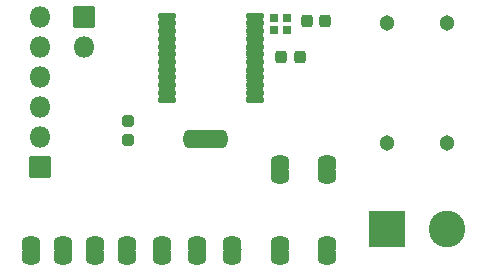
<source format=gbr>
G04 #@! TF.GenerationSoftware,KiCad,Pcbnew,(6.0.2)*
G04 #@! TF.CreationDate,2022-07-04T11:46:19+05:00*
G04 #@! TF.ProjectId,18bit-DIT,31386269-742d-4444-9954-2e6b69636164,rev?*
G04 #@! TF.SameCoordinates,Original*
G04 #@! TF.FileFunction,Soldermask,Top*
G04 #@! TF.FilePolarity,Negative*
%FSLAX46Y46*%
G04 Gerber Fmt 4.6, Leading zero omitted, Abs format (unit mm)*
G04 Created by KiCad (PCBNEW (6.0.2)) date 2022-07-04 11:46:19*
%MOMM*%
%LPD*%
G01*
G04 APERTURE LIST*
G04 Aperture macros list*
%AMRoundRect*
0 Rectangle with rounded corners*
0 $1 Rounding radius*
0 $2 $3 $4 $5 $6 $7 $8 $9 X,Y pos of 4 corners*
0 Add a 4 corners polygon primitive as box body*
4,1,4,$2,$3,$4,$5,$6,$7,$8,$9,$2,$3,0*
0 Add four circle primitives for the rounded corners*
1,1,$1+$1,$2,$3*
1,1,$1+$1,$4,$5*
1,1,$1+$1,$6,$7*
1,1,$1+$1,$8,$9*
0 Add four rect primitives between the rounded corners*
20,1,$1+$1,$2,$3,$4,$5,0*
20,1,$1+$1,$4,$5,$6,$7,0*
20,1,$1+$1,$6,$7,$8,$9,0*
20,1,$1+$1,$8,$9,$2,$3,0*%
%AMFreePoly0*
4,1,37,0.536062,0.786062,0.551000,0.750000,0.551000,-0.750000,0.536062,-0.786062,0.500000,-0.801000,0.000000,-0.801000,-0.012525,-0.795812,-0.080875,-0.794559,-0.095149,-0.792248,-0.230464,-0.749973,-0.243516,-0.743747,-0.361526,-0.665192,-0.372306,-0.655554,-0.463526,-0.547035,-0.471167,-0.534759,-0.528262,-0.405000,-0.532150,-0.391073,-0.549733,-0.256613,-0.548336,-0.256430,-0.551000,-0.250000,
-0.551000,0.250000,-0.550512,0.251179,-0.550356,0.263956,-0.528545,0.404033,-0.524317,0.417860,-0.464069,0.546185,-0.456130,0.558271,-0.362286,0.664529,-0.351274,0.673901,-0.231379,0.749549,-0.218180,0.755454,-0.081873,0.794411,-0.067546,0.796373,-0.011990,0.796033,0.000000,0.801000,0.500000,0.801000,0.536062,0.786062,0.536062,0.786062,$1*%
%AMFreePoly1*
4,1,37,0.012349,0.795885,0.074216,0.795507,0.088518,0.793370,0.224339,0.752751,0.237465,0.746685,0.356427,0.669578,0.367324,0.660073,0.459862,0.552676,0.467652,0.540494,0.526329,0.411442,0.530388,0.397563,0.550485,0.257230,0.551000,0.250000,0.551000,-0.250000,0.550996,-0.250622,0.550847,-0.262838,0.550144,-0.270677,0.526624,-0.410478,0.522228,-0.424254,0.460416,-0.551833,
0.452330,-0.563821,0.357195,-0.668925,0.346069,-0.678161,0.225259,-0.752338,0.211989,-0.758081,0.075216,-0.795370,0.060866,-0.797157,0.011464,-0.796251,0.000000,-0.801000,-0.500000,-0.801000,-0.536062,-0.786062,-0.551000,-0.750000,-0.551000,0.750000,-0.536062,0.786062,-0.500000,0.801000,0.000000,0.801000,0.012349,0.795885,0.012349,0.795885,$1*%
%AMFreePoly2*
4,1,37,0.586062,0.786062,0.601000,0.750000,0.601000,-0.750000,0.586062,-0.786062,0.550000,-0.801000,0.000000,-0.801000,-0.012525,-0.795812,-0.080875,-0.794559,-0.095149,-0.792248,-0.230464,-0.749973,-0.243516,-0.743747,-0.361526,-0.665192,-0.372306,-0.655554,-0.463526,-0.547035,-0.471167,-0.534759,-0.528262,-0.405000,-0.532150,-0.391073,-0.549733,-0.256613,-0.548336,-0.256430,-0.551000,-0.250000,
-0.551000,0.250000,-0.550512,0.251179,-0.550356,0.263956,-0.528545,0.404033,-0.524317,0.417860,-0.464069,0.546185,-0.456130,0.558271,-0.362286,0.664529,-0.351274,0.673901,-0.231379,0.749549,-0.218180,0.755454,-0.081873,0.794411,-0.067546,0.796373,-0.011990,0.796033,0.000000,0.801000,0.550000,0.801000,0.586062,0.786062,0.586062,0.786062,$1*%
%AMFreePoly3*
4,1,37,0.012349,0.795885,0.074216,0.795507,0.088518,0.793370,0.224339,0.752751,0.237465,0.746685,0.356427,0.669578,0.367324,0.660073,0.459862,0.552676,0.467652,0.540494,0.526329,0.411442,0.530388,0.397563,0.550485,0.257230,0.551000,0.250000,0.551000,-0.250000,0.550996,-0.250622,0.550847,-0.262838,0.550144,-0.270677,0.526624,-0.410478,0.522228,-0.424254,0.460416,-0.551833,
0.452330,-0.563821,0.357195,-0.668925,0.346069,-0.678161,0.225259,-0.752338,0.211989,-0.758081,0.075216,-0.795370,0.060866,-0.797157,0.011464,-0.796251,0.000000,-0.801000,-0.550000,-0.801000,-0.586062,-0.786062,-0.601000,-0.750000,-0.601000,0.750000,-0.586062,0.786062,-0.550000,0.801000,0.000000,0.801000,0.012349,0.795885,0.012349,0.795885,$1*%
G04 Aperture macros list end*
%ADD10RoundRect,0.269750X0.218750X0.256250X-0.218750X0.256250X-0.218750X-0.256250X0.218750X-0.256250X0*%
%ADD11RoundRect,0.051000X0.850000X0.850000X-0.850000X0.850000X-0.850000X-0.850000X0.850000X-0.850000X0*%
%ADD12O,1.802000X1.802000*%
%ADD13RoundRect,0.051000X-1.500000X-1.500000X1.500000X-1.500000X1.500000X1.500000X-1.500000X1.500000X0*%
%ADD14C,3.102000*%
%ADD15RoundRect,0.198500X-0.172500X0.147500X-0.172500X-0.147500X0.172500X-0.147500X0.172500X0.147500X0*%
%ADD16RoundRect,0.151000X-0.637500X-0.100000X0.637500X-0.100000X0.637500X0.100000X-0.637500X0.100000X0*%
%ADD17RoundRect,0.269750X0.256250X-0.218750X0.256250X0.218750X-0.256250X0.218750X-0.256250X-0.218750X0*%
%ADD18FreePoly0,90.000000*%
%ADD19FreePoly1,90.000000*%
%ADD20C,1.302000*%
%ADD21FreePoly2,0.000000*%
%ADD22RoundRect,0.051000X-0.500000X-0.750000X0.500000X-0.750000X0.500000X0.750000X-0.500000X0.750000X0*%
%ADD23FreePoly3,0.000000*%
%ADD24RoundRect,0.269750X-0.218750X-0.256250X0.218750X-0.256250X0.218750X0.256250X-0.218750X0.256250X0*%
%ADD25RoundRect,0.051000X-0.850000X-0.850000X0.850000X-0.850000X0.850000X0.850000X-0.850000X0.850000X0*%
G04 APERTURE END LIST*
D10*
X150877500Y-55490000D03*
X149302500Y-55490000D03*
D11*
X126746000Y-67818000D03*
D12*
X126746000Y-65278000D03*
X126746000Y-62738000D03*
X126746000Y-60198000D03*
X126746000Y-57658000D03*
X126746000Y-55118000D03*
D13*
X156120000Y-73080000D03*
D14*
X161200000Y-73080000D03*
D15*
X146500000Y-55215000D03*
X146500000Y-56185000D03*
X147640000Y-55215000D03*
X147640000Y-56185000D03*
D16*
X137457500Y-55015000D03*
X137457500Y-55665000D03*
X137457500Y-56315000D03*
X137457500Y-56965000D03*
X137457500Y-57615000D03*
X137457500Y-58265000D03*
X137457500Y-58915000D03*
X137457500Y-59565000D03*
X137457500Y-60215000D03*
X137457500Y-60865000D03*
X137457500Y-61515000D03*
X137457500Y-62165000D03*
X144882500Y-62165000D03*
X144882500Y-61515000D03*
X144882500Y-60865000D03*
X144882500Y-60215000D03*
X144882500Y-59565000D03*
X144882500Y-58915000D03*
X144882500Y-58265000D03*
X144882500Y-57615000D03*
X144882500Y-56965000D03*
X144882500Y-56315000D03*
X144882500Y-55665000D03*
X144882500Y-55015000D03*
D17*
X134150000Y-65497500D03*
X134150000Y-63922500D03*
D18*
X125950000Y-75520000D03*
D19*
X125950000Y-74220000D03*
D18*
X128650000Y-75520000D03*
D19*
X128650000Y-74220000D03*
D18*
X131350000Y-75520000D03*
D19*
X131350000Y-74220000D03*
D18*
X134050000Y-75520000D03*
D19*
X134050000Y-74220000D03*
D18*
X147000000Y-75520000D03*
D19*
X147000000Y-74220000D03*
D18*
X143000000Y-75520000D03*
D19*
X143000000Y-74220000D03*
D18*
X151000000Y-75520000D03*
D19*
X151000000Y-74220000D03*
D18*
X140000000Y-75520000D03*
D19*
X140000000Y-74220000D03*
D18*
X137000000Y-75520000D03*
D19*
X137000000Y-74220000D03*
D18*
X147000000Y-68650000D03*
D19*
X147000000Y-67350000D03*
D18*
X151000000Y-68650000D03*
D19*
X151000000Y-67350000D03*
D20*
X156060000Y-55650000D03*
X161140000Y-55650000D03*
X156060000Y-65810000D03*
X161140000Y-65810000D03*
D21*
X139400000Y-65420000D03*
D22*
X140700000Y-65420000D03*
D23*
X142000000Y-65420000D03*
D24*
X147142500Y-58480000D03*
X148717500Y-58480000D03*
D25*
X130410000Y-55110000D03*
D12*
X130410000Y-57650000D03*
G36*
X140766668Y-74766665D02*
G01*
X140767058Y-74768627D01*
X140766699Y-74769267D01*
X140723511Y-74820946D01*
X140714880Y-74889661D01*
X140744844Y-74952291D01*
X140765682Y-74970348D01*
X140766336Y-74972238D01*
X140765026Y-74973749D01*
X140763982Y-74973821D01*
X140749801Y-74971000D01*
X139250199Y-74971000D01*
X139235226Y-74973978D01*
X139233332Y-74973335D01*
X139232942Y-74971373D01*
X139233301Y-74970733D01*
X139276489Y-74919054D01*
X139285120Y-74850339D01*
X139255156Y-74787709D01*
X139234318Y-74769652D01*
X139233664Y-74767762D01*
X139234974Y-74766251D01*
X139236018Y-74766179D01*
X139250199Y-74769000D01*
X140749801Y-74769000D01*
X140764774Y-74766022D01*
X140766668Y-74766665D01*
G37*
G36*
X132116668Y-74766665D02*
G01*
X132117058Y-74768627D01*
X132116699Y-74769267D01*
X132073511Y-74820946D01*
X132064880Y-74889661D01*
X132094844Y-74952291D01*
X132115682Y-74970348D01*
X132116336Y-74972238D01*
X132115026Y-74973749D01*
X132113982Y-74973821D01*
X132099801Y-74971000D01*
X130600199Y-74971000D01*
X130585226Y-74973978D01*
X130583332Y-74973335D01*
X130582942Y-74971373D01*
X130583301Y-74970733D01*
X130626489Y-74919054D01*
X130635120Y-74850339D01*
X130605156Y-74787709D01*
X130584318Y-74769652D01*
X130583664Y-74767762D01*
X130584974Y-74766251D01*
X130586018Y-74766179D01*
X130600199Y-74769000D01*
X132099801Y-74769000D01*
X132114774Y-74766022D01*
X132116668Y-74766665D01*
G37*
G36*
X134816668Y-74766665D02*
G01*
X134817058Y-74768627D01*
X134816699Y-74769267D01*
X134773511Y-74820946D01*
X134764880Y-74889661D01*
X134794844Y-74952291D01*
X134815682Y-74970348D01*
X134816336Y-74972238D01*
X134815026Y-74973749D01*
X134813982Y-74973821D01*
X134799801Y-74971000D01*
X133300199Y-74971000D01*
X133285226Y-74973978D01*
X133283332Y-74973335D01*
X133282942Y-74971373D01*
X133283301Y-74970733D01*
X133326489Y-74919054D01*
X133335120Y-74850339D01*
X133305156Y-74787709D01*
X133284318Y-74769652D01*
X133283664Y-74767762D01*
X133284974Y-74766251D01*
X133286018Y-74766179D01*
X133300199Y-74769000D01*
X134799801Y-74769000D01*
X134814774Y-74766022D01*
X134816668Y-74766665D01*
G37*
G36*
X143766668Y-74766665D02*
G01*
X143767058Y-74768627D01*
X143766699Y-74769267D01*
X143723511Y-74820946D01*
X143714880Y-74889661D01*
X143744844Y-74952291D01*
X143765682Y-74970348D01*
X143766336Y-74972238D01*
X143765026Y-74973749D01*
X143763982Y-74973821D01*
X143749801Y-74971000D01*
X142250199Y-74971000D01*
X142235226Y-74973978D01*
X142233332Y-74973335D01*
X142232942Y-74971373D01*
X142233301Y-74970733D01*
X142276489Y-74919054D01*
X142285120Y-74850339D01*
X142255156Y-74787709D01*
X142234318Y-74769652D01*
X142233664Y-74767762D01*
X142234974Y-74766251D01*
X142236018Y-74766179D01*
X142250199Y-74769000D01*
X143749801Y-74769000D01*
X143764774Y-74766022D01*
X143766668Y-74766665D01*
G37*
G36*
X147766668Y-74766665D02*
G01*
X147767058Y-74768627D01*
X147766699Y-74769267D01*
X147723511Y-74820946D01*
X147714880Y-74889661D01*
X147744844Y-74952291D01*
X147765682Y-74970348D01*
X147766336Y-74972238D01*
X147765026Y-74973749D01*
X147763982Y-74973821D01*
X147749801Y-74971000D01*
X146250199Y-74971000D01*
X146235226Y-74973978D01*
X146233332Y-74973335D01*
X146232942Y-74971373D01*
X146233301Y-74970733D01*
X146276489Y-74919054D01*
X146285120Y-74850339D01*
X146255156Y-74787709D01*
X146234318Y-74769652D01*
X146233664Y-74767762D01*
X146234974Y-74766251D01*
X146236018Y-74766179D01*
X146250199Y-74769000D01*
X147749801Y-74769000D01*
X147764774Y-74766022D01*
X147766668Y-74766665D01*
G37*
G36*
X126716668Y-74766665D02*
G01*
X126717058Y-74768627D01*
X126716699Y-74769267D01*
X126673511Y-74820946D01*
X126664880Y-74889661D01*
X126694844Y-74952291D01*
X126715682Y-74970348D01*
X126716336Y-74972238D01*
X126715026Y-74973749D01*
X126713982Y-74973821D01*
X126699801Y-74971000D01*
X125200199Y-74971000D01*
X125185226Y-74973978D01*
X125183332Y-74973335D01*
X125182942Y-74971373D01*
X125183301Y-74970733D01*
X125226489Y-74919054D01*
X125235120Y-74850339D01*
X125205156Y-74787709D01*
X125184318Y-74769652D01*
X125183664Y-74767762D01*
X125184974Y-74766251D01*
X125186018Y-74766179D01*
X125200199Y-74769000D01*
X126699801Y-74769000D01*
X126714774Y-74766022D01*
X126716668Y-74766665D01*
G37*
G36*
X137766668Y-74766665D02*
G01*
X137767058Y-74768627D01*
X137766699Y-74769267D01*
X137723511Y-74820946D01*
X137714880Y-74889661D01*
X137744844Y-74952291D01*
X137765682Y-74970348D01*
X137766336Y-74972238D01*
X137765026Y-74973749D01*
X137763982Y-74973821D01*
X137749801Y-74971000D01*
X136250199Y-74971000D01*
X136235226Y-74973978D01*
X136233332Y-74973335D01*
X136232942Y-74971373D01*
X136233301Y-74970733D01*
X136276489Y-74919054D01*
X136285120Y-74850339D01*
X136255156Y-74787709D01*
X136234318Y-74769652D01*
X136233664Y-74767762D01*
X136234974Y-74766251D01*
X136236018Y-74766179D01*
X136250199Y-74769000D01*
X137749801Y-74769000D01*
X137764774Y-74766022D01*
X137766668Y-74766665D01*
G37*
G36*
X129416668Y-74766665D02*
G01*
X129417058Y-74768627D01*
X129416699Y-74769267D01*
X129373511Y-74820946D01*
X129364880Y-74889661D01*
X129394844Y-74952291D01*
X129415682Y-74970348D01*
X129416336Y-74972238D01*
X129415026Y-74973749D01*
X129413982Y-74973821D01*
X129399801Y-74971000D01*
X127900199Y-74971000D01*
X127885226Y-74973978D01*
X127883332Y-74973335D01*
X127882942Y-74971373D01*
X127883301Y-74970733D01*
X127926489Y-74919054D01*
X127935120Y-74850339D01*
X127905156Y-74787709D01*
X127884318Y-74769652D01*
X127883664Y-74767762D01*
X127884974Y-74766251D01*
X127886018Y-74766179D01*
X127900199Y-74769000D01*
X129399801Y-74769000D01*
X129414774Y-74766022D01*
X129416668Y-74766665D01*
G37*
G36*
X151766668Y-74766665D02*
G01*
X151767058Y-74768627D01*
X151766699Y-74769267D01*
X151723511Y-74820946D01*
X151714880Y-74889661D01*
X151744844Y-74952291D01*
X151765682Y-74970348D01*
X151766336Y-74972238D01*
X151765026Y-74973749D01*
X151763982Y-74973821D01*
X151749801Y-74971000D01*
X150250199Y-74971000D01*
X150235226Y-74973978D01*
X150233332Y-74973335D01*
X150232942Y-74971373D01*
X150233301Y-74970733D01*
X150276489Y-74919054D01*
X150285120Y-74850339D01*
X150255156Y-74787709D01*
X150234318Y-74769652D01*
X150233664Y-74767762D01*
X150234974Y-74766251D01*
X150236018Y-74766179D01*
X150250199Y-74769000D01*
X151749801Y-74769000D01*
X151764774Y-74766022D01*
X151766668Y-74766665D01*
G37*
G36*
X147766668Y-67896665D02*
G01*
X147767058Y-67898627D01*
X147766699Y-67899267D01*
X147723511Y-67950946D01*
X147714880Y-68019661D01*
X147744844Y-68082291D01*
X147765682Y-68100348D01*
X147766336Y-68102238D01*
X147765026Y-68103749D01*
X147763982Y-68103821D01*
X147749801Y-68101000D01*
X146250199Y-68101000D01*
X146235226Y-68103978D01*
X146233332Y-68103335D01*
X146232942Y-68101373D01*
X146233301Y-68100733D01*
X146276489Y-68049054D01*
X146285120Y-67980339D01*
X146255156Y-67917709D01*
X146234318Y-67899652D01*
X146233664Y-67897762D01*
X146234974Y-67896251D01*
X146236018Y-67896179D01*
X146250199Y-67899000D01*
X147749801Y-67899000D01*
X147764774Y-67896022D01*
X147766668Y-67896665D01*
G37*
G36*
X151766668Y-67896665D02*
G01*
X151767058Y-67898627D01*
X151766699Y-67899267D01*
X151723511Y-67950946D01*
X151714880Y-68019661D01*
X151744844Y-68082291D01*
X151765682Y-68100348D01*
X151766336Y-68102238D01*
X151765026Y-68103749D01*
X151763982Y-68103821D01*
X151749801Y-68101000D01*
X150250199Y-68101000D01*
X150235226Y-68103978D01*
X150233332Y-68103335D01*
X150232942Y-68101373D01*
X150233301Y-68100733D01*
X150276489Y-68049054D01*
X150285120Y-67980339D01*
X150255156Y-67917709D01*
X150234318Y-67899652D01*
X150233664Y-67897762D01*
X150234974Y-67896251D01*
X150236018Y-67896179D01*
X150250199Y-67899000D01*
X151749801Y-67899000D01*
X151764774Y-67896022D01*
X151766668Y-67896665D01*
G37*
G36*
X139990660Y-64637493D02*
G01*
X140004452Y-64646709D01*
X140005615Y-64644969D01*
X140007409Y-64644084D01*
X140008560Y-64644545D01*
X140025952Y-64659078D01*
X140094670Y-64667704D01*
X140142288Y-64644918D01*
X140144282Y-64645072D01*
X140144814Y-64645611D01*
X140145548Y-64646709D01*
X140159340Y-64637493D01*
X140161336Y-64637362D01*
X140162447Y-64639025D01*
X140162114Y-64640267D01*
X140154767Y-64651262D01*
X140151000Y-64670199D01*
X140151000Y-66169801D01*
X140154767Y-66188738D01*
X140162114Y-66199733D01*
X140162245Y-66201729D01*
X140160582Y-66202840D01*
X140159340Y-66202507D01*
X140145548Y-66193291D01*
X140144385Y-66195031D01*
X140142591Y-66195916D01*
X140141440Y-66195455D01*
X140124048Y-66180922D01*
X140055330Y-66172296D01*
X140007712Y-66195082D01*
X140005718Y-66194928D01*
X140005186Y-66194389D01*
X140004452Y-66193291D01*
X139990660Y-66202507D01*
X139988664Y-66202638D01*
X139987553Y-66200975D01*
X139987886Y-66199733D01*
X139995233Y-66188738D01*
X139999000Y-66169801D01*
X139999000Y-64670199D01*
X139995233Y-64651262D01*
X139987886Y-64640267D01*
X139987755Y-64638271D01*
X139989418Y-64637160D01*
X139990660Y-64637493D01*
G37*
G36*
X141240660Y-64637493D02*
G01*
X141254452Y-64646709D01*
X141255615Y-64644969D01*
X141257409Y-64644084D01*
X141258560Y-64644545D01*
X141275952Y-64659078D01*
X141344670Y-64667704D01*
X141392288Y-64644918D01*
X141394282Y-64645072D01*
X141394814Y-64645611D01*
X141395548Y-64646709D01*
X141409340Y-64637493D01*
X141411336Y-64637362D01*
X141412447Y-64639025D01*
X141412114Y-64640267D01*
X141404767Y-64651262D01*
X141401000Y-64670199D01*
X141401000Y-66169801D01*
X141404767Y-66188738D01*
X141412114Y-66199733D01*
X141412245Y-66201729D01*
X141410582Y-66202840D01*
X141409340Y-66202507D01*
X141395548Y-66193291D01*
X141394385Y-66195031D01*
X141392591Y-66195916D01*
X141391440Y-66195455D01*
X141374048Y-66180922D01*
X141305330Y-66172296D01*
X141257712Y-66195082D01*
X141255718Y-66194928D01*
X141255186Y-66194389D01*
X141254452Y-66193291D01*
X141240660Y-66202507D01*
X141238664Y-66202638D01*
X141237553Y-66200975D01*
X141237886Y-66199733D01*
X141245233Y-66188738D01*
X141249000Y-66169801D01*
X141249000Y-64670199D01*
X141245233Y-64651262D01*
X141237886Y-64640267D01*
X141237755Y-64638271D01*
X141239418Y-64637160D01*
X141240660Y-64637493D01*
G37*
G36*
X145597587Y-61742477D02*
G01*
X145597126Y-61743891D01*
X145557803Y-61790944D01*
X145549170Y-61859660D01*
X145579133Y-61922289D01*
X145587803Y-61929800D01*
X145588457Y-61931690D01*
X145587147Y-61933202D01*
X145585382Y-61932975D01*
X145577006Y-61927379D01*
X145519801Y-61916000D01*
X144245199Y-61916000D01*
X144187994Y-61927379D01*
X144170520Y-61939055D01*
X144168524Y-61939186D01*
X144167413Y-61937523D01*
X144167874Y-61936109D01*
X144207197Y-61889056D01*
X144215830Y-61820340D01*
X144185867Y-61757711D01*
X144177197Y-61750200D01*
X144176543Y-61748310D01*
X144177853Y-61746798D01*
X144179618Y-61747025D01*
X144187994Y-61752621D01*
X144245199Y-61764000D01*
X145519801Y-61764000D01*
X145577006Y-61752621D01*
X145594480Y-61740945D01*
X145596476Y-61740814D01*
X145597587Y-61742477D01*
G37*
G36*
X138172587Y-61742477D02*
G01*
X138172126Y-61743891D01*
X138132803Y-61790944D01*
X138124170Y-61859660D01*
X138154133Y-61922289D01*
X138162803Y-61929800D01*
X138163457Y-61931690D01*
X138162147Y-61933202D01*
X138160382Y-61932975D01*
X138152006Y-61927379D01*
X138094801Y-61916000D01*
X136820199Y-61916000D01*
X136762994Y-61927379D01*
X136745520Y-61939055D01*
X136743524Y-61939186D01*
X136742413Y-61937523D01*
X136742874Y-61936109D01*
X136782197Y-61889056D01*
X136790830Y-61820340D01*
X136760867Y-61757711D01*
X136752197Y-61750200D01*
X136751543Y-61748310D01*
X136752853Y-61746798D01*
X136754618Y-61747025D01*
X136762994Y-61752621D01*
X136820199Y-61764000D01*
X138094801Y-61764000D01*
X138152006Y-61752621D01*
X138169480Y-61740945D01*
X138171476Y-61740814D01*
X138172587Y-61742477D01*
G37*
G36*
X138172587Y-61092477D02*
G01*
X138172126Y-61093891D01*
X138132803Y-61140944D01*
X138124170Y-61209660D01*
X138154133Y-61272289D01*
X138162803Y-61279800D01*
X138163457Y-61281690D01*
X138162147Y-61283202D01*
X138160382Y-61282975D01*
X138152006Y-61277379D01*
X138094801Y-61266000D01*
X136820199Y-61266000D01*
X136762994Y-61277379D01*
X136745520Y-61289055D01*
X136743524Y-61289186D01*
X136742413Y-61287523D01*
X136742874Y-61286109D01*
X136782197Y-61239056D01*
X136790830Y-61170340D01*
X136760867Y-61107711D01*
X136752197Y-61100200D01*
X136751543Y-61098310D01*
X136752853Y-61096798D01*
X136754618Y-61097025D01*
X136762994Y-61102621D01*
X136820199Y-61114000D01*
X138094801Y-61114000D01*
X138152006Y-61102621D01*
X138169480Y-61090945D01*
X138171476Y-61090814D01*
X138172587Y-61092477D01*
G37*
G36*
X145597587Y-61092477D02*
G01*
X145597126Y-61093891D01*
X145557803Y-61140944D01*
X145549170Y-61209660D01*
X145579133Y-61272289D01*
X145587803Y-61279800D01*
X145588457Y-61281690D01*
X145587147Y-61283202D01*
X145585382Y-61282975D01*
X145577006Y-61277379D01*
X145519801Y-61266000D01*
X144245199Y-61266000D01*
X144187994Y-61277379D01*
X144170520Y-61289055D01*
X144168524Y-61289186D01*
X144167413Y-61287523D01*
X144167874Y-61286109D01*
X144207197Y-61239056D01*
X144215830Y-61170340D01*
X144185867Y-61107711D01*
X144177197Y-61100200D01*
X144176543Y-61098310D01*
X144177853Y-61096798D01*
X144179618Y-61097025D01*
X144187994Y-61102621D01*
X144245199Y-61114000D01*
X145519801Y-61114000D01*
X145577006Y-61102621D01*
X145594480Y-61090945D01*
X145596476Y-61090814D01*
X145597587Y-61092477D01*
G37*
G36*
X138172587Y-60442477D02*
G01*
X138172126Y-60443891D01*
X138132803Y-60490944D01*
X138124170Y-60559660D01*
X138154133Y-60622289D01*
X138162803Y-60629800D01*
X138163457Y-60631690D01*
X138162147Y-60633202D01*
X138160382Y-60632975D01*
X138152006Y-60627379D01*
X138094801Y-60616000D01*
X136820199Y-60616000D01*
X136762994Y-60627379D01*
X136745520Y-60639055D01*
X136743524Y-60639186D01*
X136742413Y-60637523D01*
X136742874Y-60636109D01*
X136782197Y-60589056D01*
X136790830Y-60520340D01*
X136760867Y-60457711D01*
X136752197Y-60450200D01*
X136751543Y-60448310D01*
X136752853Y-60446798D01*
X136754618Y-60447025D01*
X136762994Y-60452621D01*
X136820199Y-60464000D01*
X138094801Y-60464000D01*
X138152006Y-60452621D01*
X138169480Y-60440945D01*
X138171476Y-60440814D01*
X138172587Y-60442477D01*
G37*
G36*
X145597587Y-60442477D02*
G01*
X145597126Y-60443891D01*
X145557803Y-60490944D01*
X145549170Y-60559660D01*
X145579133Y-60622289D01*
X145587803Y-60629800D01*
X145588457Y-60631690D01*
X145587147Y-60633202D01*
X145585382Y-60632975D01*
X145577006Y-60627379D01*
X145519801Y-60616000D01*
X144245199Y-60616000D01*
X144187994Y-60627379D01*
X144170520Y-60639055D01*
X144168524Y-60639186D01*
X144167413Y-60637523D01*
X144167874Y-60636109D01*
X144207197Y-60589056D01*
X144215830Y-60520340D01*
X144185867Y-60457711D01*
X144177197Y-60450200D01*
X144176543Y-60448310D01*
X144177853Y-60446798D01*
X144179618Y-60447025D01*
X144187994Y-60452621D01*
X144245199Y-60464000D01*
X145519801Y-60464000D01*
X145577006Y-60452621D01*
X145594480Y-60440945D01*
X145596476Y-60440814D01*
X145597587Y-60442477D01*
G37*
G36*
X145597587Y-59792477D02*
G01*
X145597126Y-59793891D01*
X145557803Y-59840944D01*
X145549170Y-59909660D01*
X145579133Y-59972289D01*
X145587803Y-59979800D01*
X145588457Y-59981690D01*
X145587147Y-59983202D01*
X145585382Y-59982975D01*
X145577006Y-59977379D01*
X145519801Y-59966000D01*
X144245199Y-59966000D01*
X144187994Y-59977379D01*
X144170520Y-59989055D01*
X144168524Y-59989186D01*
X144167413Y-59987523D01*
X144167874Y-59986109D01*
X144207197Y-59939056D01*
X144215830Y-59870340D01*
X144185867Y-59807711D01*
X144177197Y-59800200D01*
X144176543Y-59798310D01*
X144177853Y-59796798D01*
X144179618Y-59797025D01*
X144187994Y-59802621D01*
X144245199Y-59814000D01*
X145519801Y-59814000D01*
X145577006Y-59802621D01*
X145594480Y-59790945D01*
X145596476Y-59790814D01*
X145597587Y-59792477D01*
G37*
G36*
X138172587Y-59792477D02*
G01*
X138172126Y-59793891D01*
X138132803Y-59840944D01*
X138124170Y-59909660D01*
X138154133Y-59972289D01*
X138162803Y-59979800D01*
X138163457Y-59981690D01*
X138162147Y-59983202D01*
X138160382Y-59982975D01*
X138152006Y-59977379D01*
X138094801Y-59966000D01*
X136820199Y-59966000D01*
X136762994Y-59977379D01*
X136745520Y-59989055D01*
X136743524Y-59989186D01*
X136742413Y-59987523D01*
X136742874Y-59986109D01*
X136782197Y-59939056D01*
X136790830Y-59870340D01*
X136760867Y-59807711D01*
X136752197Y-59800200D01*
X136751543Y-59798310D01*
X136752853Y-59796798D01*
X136754618Y-59797025D01*
X136762994Y-59802621D01*
X136820199Y-59814000D01*
X138094801Y-59814000D01*
X138152006Y-59802621D01*
X138169480Y-59790945D01*
X138171476Y-59790814D01*
X138172587Y-59792477D01*
G37*
G36*
X145597587Y-59142477D02*
G01*
X145597126Y-59143891D01*
X145557803Y-59190944D01*
X145549170Y-59259660D01*
X145579133Y-59322289D01*
X145587803Y-59329800D01*
X145588457Y-59331690D01*
X145587147Y-59333202D01*
X145585382Y-59332975D01*
X145577006Y-59327379D01*
X145519801Y-59316000D01*
X144245199Y-59316000D01*
X144187994Y-59327379D01*
X144170520Y-59339055D01*
X144168524Y-59339186D01*
X144167413Y-59337523D01*
X144167874Y-59336109D01*
X144207197Y-59289056D01*
X144215830Y-59220340D01*
X144185867Y-59157711D01*
X144177197Y-59150200D01*
X144176543Y-59148310D01*
X144177853Y-59146798D01*
X144179618Y-59147025D01*
X144187994Y-59152621D01*
X144245199Y-59164000D01*
X145519801Y-59164000D01*
X145577006Y-59152621D01*
X145594480Y-59140945D01*
X145596476Y-59140814D01*
X145597587Y-59142477D01*
G37*
G36*
X138172587Y-59142477D02*
G01*
X138172126Y-59143891D01*
X138132803Y-59190944D01*
X138124170Y-59259660D01*
X138154133Y-59322289D01*
X138162803Y-59329800D01*
X138163457Y-59331690D01*
X138162147Y-59333202D01*
X138160382Y-59332975D01*
X138152006Y-59327379D01*
X138094801Y-59316000D01*
X136820199Y-59316000D01*
X136762994Y-59327379D01*
X136745520Y-59339055D01*
X136743524Y-59339186D01*
X136742413Y-59337523D01*
X136742874Y-59336109D01*
X136782197Y-59289056D01*
X136790830Y-59220340D01*
X136760867Y-59157711D01*
X136752197Y-59150200D01*
X136751543Y-59148310D01*
X136752853Y-59146798D01*
X136754618Y-59147025D01*
X136762994Y-59152621D01*
X136820199Y-59164000D01*
X138094801Y-59164000D01*
X138152006Y-59152621D01*
X138169480Y-59140945D01*
X138171476Y-59140814D01*
X138172587Y-59142477D01*
G37*
G36*
X138172587Y-58492477D02*
G01*
X138172126Y-58493891D01*
X138132803Y-58540944D01*
X138124170Y-58609660D01*
X138154133Y-58672289D01*
X138162803Y-58679800D01*
X138163457Y-58681690D01*
X138162147Y-58683202D01*
X138160382Y-58682975D01*
X138152006Y-58677379D01*
X138094801Y-58666000D01*
X136820199Y-58666000D01*
X136762994Y-58677379D01*
X136745520Y-58689055D01*
X136743524Y-58689186D01*
X136742413Y-58687523D01*
X136742874Y-58686109D01*
X136782197Y-58639056D01*
X136790830Y-58570340D01*
X136760867Y-58507711D01*
X136752197Y-58500200D01*
X136751543Y-58498310D01*
X136752853Y-58496798D01*
X136754618Y-58497025D01*
X136762994Y-58502621D01*
X136820199Y-58514000D01*
X138094801Y-58514000D01*
X138152006Y-58502621D01*
X138169480Y-58490945D01*
X138171476Y-58490814D01*
X138172587Y-58492477D01*
G37*
G36*
X145597587Y-58492477D02*
G01*
X145597126Y-58493891D01*
X145557803Y-58540944D01*
X145549170Y-58609660D01*
X145579133Y-58672289D01*
X145587803Y-58679800D01*
X145588457Y-58681690D01*
X145587147Y-58683202D01*
X145585382Y-58682975D01*
X145577006Y-58677379D01*
X145519801Y-58666000D01*
X144245199Y-58666000D01*
X144187994Y-58677379D01*
X144170520Y-58689055D01*
X144168524Y-58689186D01*
X144167413Y-58687523D01*
X144167874Y-58686109D01*
X144207197Y-58639056D01*
X144215830Y-58570340D01*
X144185867Y-58507711D01*
X144177197Y-58500200D01*
X144176543Y-58498310D01*
X144177853Y-58496798D01*
X144179618Y-58497025D01*
X144187994Y-58502621D01*
X144245199Y-58514000D01*
X145519801Y-58514000D01*
X145577006Y-58502621D01*
X145594480Y-58490945D01*
X145596476Y-58490814D01*
X145597587Y-58492477D01*
G37*
G36*
X145597587Y-57842477D02*
G01*
X145597126Y-57843891D01*
X145557803Y-57890944D01*
X145549170Y-57959660D01*
X145579133Y-58022289D01*
X145587803Y-58029800D01*
X145588457Y-58031690D01*
X145587147Y-58033202D01*
X145585382Y-58032975D01*
X145577006Y-58027379D01*
X145519801Y-58016000D01*
X144245199Y-58016000D01*
X144187994Y-58027379D01*
X144170520Y-58039055D01*
X144168524Y-58039186D01*
X144167413Y-58037523D01*
X144167874Y-58036109D01*
X144207197Y-57989056D01*
X144215830Y-57920340D01*
X144185867Y-57857711D01*
X144177197Y-57850200D01*
X144176543Y-57848310D01*
X144177853Y-57846798D01*
X144179618Y-57847025D01*
X144187994Y-57852621D01*
X144245199Y-57864000D01*
X145519801Y-57864000D01*
X145577006Y-57852621D01*
X145594480Y-57840945D01*
X145596476Y-57840814D01*
X145597587Y-57842477D01*
G37*
G36*
X138172587Y-57842477D02*
G01*
X138172126Y-57843891D01*
X138132803Y-57890944D01*
X138124170Y-57959660D01*
X138154133Y-58022289D01*
X138162803Y-58029800D01*
X138163457Y-58031690D01*
X138162147Y-58033202D01*
X138160382Y-58032975D01*
X138152006Y-58027379D01*
X138094801Y-58016000D01*
X136820199Y-58016000D01*
X136762994Y-58027379D01*
X136745520Y-58039055D01*
X136743524Y-58039186D01*
X136742413Y-58037523D01*
X136742874Y-58036109D01*
X136782197Y-57989056D01*
X136790830Y-57920340D01*
X136760867Y-57857711D01*
X136752197Y-57850200D01*
X136751543Y-57848310D01*
X136752853Y-57846798D01*
X136754618Y-57847025D01*
X136762994Y-57852621D01*
X136820199Y-57864000D01*
X138094801Y-57864000D01*
X138152006Y-57852621D01*
X138169480Y-57840945D01*
X138171476Y-57840814D01*
X138172587Y-57842477D01*
G37*
G36*
X138172587Y-57192477D02*
G01*
X138172126Y-57193891D01*
X138132803Y-57240944D01*
X138124170Y-57309660D01*
X138154133Y-57372289D01*
X138162803Y-57379800D01*
X138163457Y-57381690D01*
X138162147Y-57383202D01*
X138160382Y-57382975D01*
X138152006Y-57377379D01*
X138094801Y-57366000D01*
X136820199Y-57366000D01*
X136762994Y-57377379D01*
X136745520Y-57389055D01*
X136743524Y-57389186D01*
X136742413Y-57387523D01*
X136742874Y-57386109D01*
X136782197Y-57339056D01*
X136790830Y-57270340D01*
X136760867Y-57207711D01*
X136752197Y-57200200D01*
X136751543Y-57198310D01*
X136752853Y-57196798D01*
X136754618Y-57197025D01*
X136762994Y-57202621D01*
X136820199Y-57214000D01*
X138094801Y-57214000D01*
X138152006Y-57202621D01*
X138169480Y-57190945D01*
X138171476Y-57190814D01*
X138172587Y-57192477D01*
G37*
G36*
X145597587Y-57192477D02*
G01*
X145597126Y-57193891D01*
X145557803Y-57240944D01*
X145549170Y-57309660D01*
X145579133Y-57372289D01*
X145587803Y-57379800D01*
X145588457Y-57381690D01*
X145587147Y-57383202D01*
X145585382Y-57382975D01*
X145577006Y-57377379D01*
X145519801Y-57366000D01*
X144245199Y-57366000D01*
X144187994Y-57377379D01*
X144170520Y-57389055D01*
X144168524Y-57389186D01*
X144167413Y-57387523D01*
X144167874Y-57386109D01*
X144207197Y-57339056D01*
X144215830Y-57270340D01*
X144185867Y-57207711D01*
X144177197Y-57200200D01*
X144176543Y-57198310D01*
X144177853Y-57196798D01*
X144179618Y-57197025D01*
X144187994Y-57202621D01*
X144245199Y-57214000D01*
X145519801Y-57214000D01*
X145577006Y-57202621D01*
X145594480Y-57190945D01*
X145596476Y-57190814D01*
X145597587Y-57192477D01*
G37*
G36*
X145597587Y-56542477D02*
G01*
X145597126Y-56543891D01*
X145557803Y-56590944D01*
X145549170Y-56659660D01*
X145579133Y-56722289D01*
X145587803Y-56729800D01*
X145588457Y-56731690D01*
X145587147Y-56733202D01*
X145585382Y-56732975D01*
X145577006Y-56727379D01*
X145519801Y-56716000D01*
X144245199Y-56716000D01*
X144187994Y-56727379D01*
X144170520Y-56739055D01*
X144168524Y-56739186D01*
X144167413Y-56737523D01*
X144167874Y-56736109D01*
X144207197Y-56689056D01*
X144215830Y-56620340D01*
X144185867Y-56557711D01*
X144177197Y-56550200D01*
X144176543Y-56548310D01*
X144177853Y-56546798D01*
X144179618Y-56547025D01*
X144187994Y-56552621D01*
X144245199Y-56564000D01*
X145519801Y-56564000D01*
X145577006Y-56552621D01*
X145594480Y-56540945D01*
X145596476Y-56540814D01*
X145597587Y-56542477D01*
G37*
G36*
X138172587Y-56542477D02*
G01*
X138172126Y-56543891D01*
X138132803Y-56590944D01*
X138124170Y-56659660D01*
X138154133Y-56722289D01*
X138162803Y-56729800D01*
X138163457Y-56731690D01*
X138162147Y-56733202D01*
X138160382Y-56732975D01*
X138152006Y-56727379D01*
X138094801Y-56716000D01*
X136820199Y-56716000D01*
X136762994Y-56727379D01*
X136745520Y-56739055D01*
X136743524Y-56739186D01*
X136742413Y-56737523D01*
X136742874Y-56736109D01*
X136782197Y-56689056D01*
X136790830Y-56620340D01*
X136760867Y-56557711D01*
X136752197Y-56550200D01*
X136751543Y-56548310D01*
X136752853Y-56546798D01*
X136754618Y-56547025D01*
X136762994Y-56552621D01*
X136820199Y-56564000D01*
X138094801Y-56564000D01*
X138152006Y-56552621D01*
X138169480Y-56540945D01*
X138171476Y-56540814D01*
X138172587Y-56542477D01*
G37*
G36*
X138172587Y-55892477D02*
G01*
X138172126Y-55893891D01*
X138132803Y-55940944D01*
X138124170Y-56009660D01*
X138154133Y-56072289D01*
X138162803Y-56079800D01*
X138163457Y-56081690D01*
X138162147Y-56083202D01*
X138160382Y-56082975D01*
X138152006Y-56077379D01*
X138094801Y-56066000D01*
X136820199Y-56066000D01*
X136762994Y-56077379D01*
X136745520Y-56089055D01*
X136743524Y-56089186D01*
X136742413Y-56087523D01*
X136742874Y-56086109D01*
X136782197Y-56039056D01*
X136790830Y-55970340D01*
X136760867Y-55907711D01*
X136752197Y-55900200D01*
X136751543Y-55898310D01*
X136752853Y-55896798D01*
X136754618Y-55897025D01*
X136762994Y-55902621D01*
X136820199Y-55914000D01*
X138094801Y-55914000D01*
X138152006Y-55902621D01*
X138169480Y-55890945D01*
X138171476Y-55890814D01*
X138172587Y-55892477D01*
G37*
G36*
X145597587Y-55892477D02*
G01*
X145597126Y-55893891D01*
X145557803Y-55940944D01*
X145549170Y-56009660D01*
X145579133Y-56072289D01*
X145587803Y-56079800D01*
X145588457Y-56081690D01*
X145587147Y-56083202D01*
X145585382Y-56082975D01*
X145577006Y-56077379D01*
X145519801Y-56066000D01*
X144245199Y-56066000D01*
X144187994Y-56077379D01*
X144170520Y-56089055D01*
X144168524Y-56089186D01*
X144167413Y-56087523D01*
X144167874Y-56086109D01*
X144207197Y-56039056D01*
X144215830Y-55970340D01*
X144185867Y-55907711D01*
X144177197Y-55900200D01*
X144176543Y-55898310D01*
X144177853Y-55896798D01*
X144179618Y-55897025D01*
X144187994Y-55902621D01*
X144245199Y-55914000D01*
X145519801Y-55914000D01*
X145577006Y-55902621D01*
X145594480Y-55890945D01*
X145596476Y-55890814D01*
X145597587Y-55892477D01*
G37*
G36*
X138172587Y-55242477D02*
G01*
X138172126Y-55243891D01*
X138132803Y-55290944D01*
X138124170Y-55359660D01*
X138154133Y-55422289D01*
X138162803Y-55429800D01*
X138163457Y-55431690D01*
X138162147Y-55433202D01*
X138160382Y-55432975D01*
X138152006Y-55427379D01*
X138094801Y-55416000D01*
X136820199Y-55416000D01*
X136762994Y-55427379D01*
X136745520Y-55439055D01*
X136743524Y-55439186D01*
X136742413Y-55437523D01*
X136742874Y-55436109D01*
X136782197Y-55389056D01*
X136790830Y-55320340D01*
X136760867Y-55257711D01*
X136752197Y-55250200D01*
X136751543Y-55248310D01*
X136752853Y-55246798D01*
X136754618Y-55247025D01*
X136762994Y-55252621D01*
X136820199Y-55264000D01*
X138094801Y-55264000D01*
X138152006Y-55252621D01*
X138169480Y-55240945D01*
X138171476Y-55240814D01*
X138172587Y-55242477D01*
G37*
G36*
X145597587Y-55242477D02*
G01*
X145597126Y-55243891D01*
X145557803Y-55290944D01*
X145549170Y-55359660D01*
X145579133Y-55422289D01*
X145587803Y-55429800D01*
X145588457Y-55431690D01*
X145587147Y-55433202D01*
X145585382Y-55432975D01*
X145577006Y-55427379D01*
X145519801Y-55416000D01*
X144245199Y-55416000D01*
X144187994Y-55427379D01*
X144170520Y-55439055D01*
X144168524Y-55439186D01*
X144167413Y-55437523D01*
X144167874Y-55436109D01*
X144207197Y-55389056D01*
X144215830Y-55320340D01*
X144185867Y-55257711D01*
X144177197Y-55250200D01*
X144176543Y-55248310D01*
X144177853Y-55246798D01*
X144179618Y-55247025D01*
X144187994Y-55252621D01*
X144245199Y-55264000D01*
X145519801Y-55264000D01*
X145577006Y-55252621D01*
X145594480Y-55240945D01*
X145596476Y-55240814D01*
X145597587Y-55242477D01*
G37*
M02*

</source>
